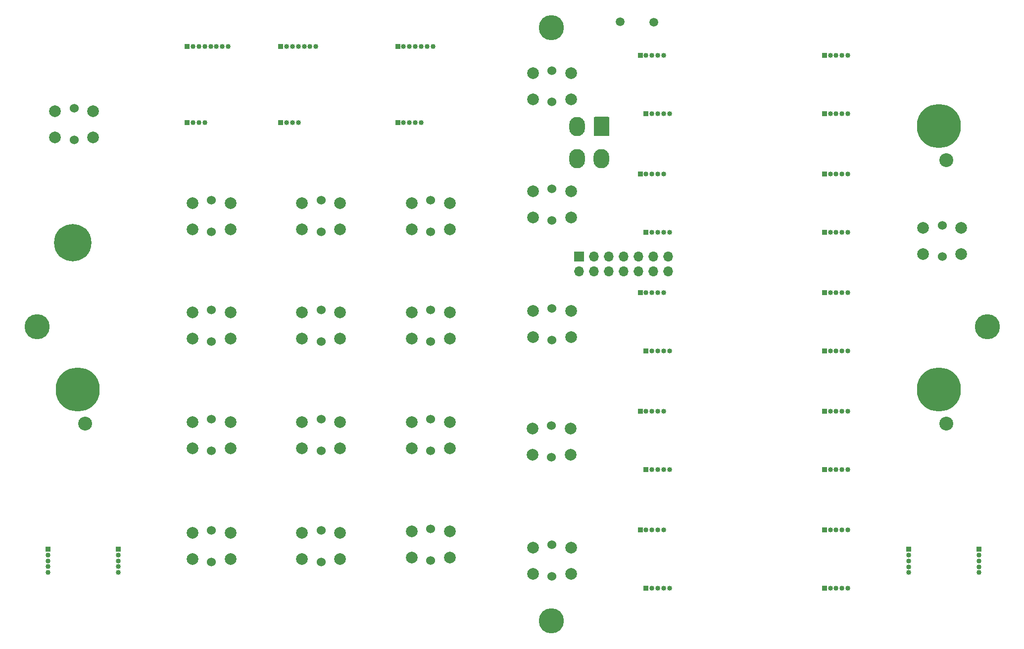
<source format=gbr>
G04 #@! TF.GenerationSoftware,KiCad,Pcbnew,(5.1.9)-1*
G04 #@! TF.CreationDate,2021-02-13T14:24:35-08:00*
G04 #@! TF.ProjectId,ufc_v4_main,7566635f-7634-45f6-9d61-696e2e6b6963,rev?*
G04 #@! TF.SameCoordinates,Original*
G04 #@! TF.FileFunction,Soldermask,Bot*
G04 #@! TF.FilePolarity,Negative*
%FSLAX46Y46*%
G04 Gerber Fmt 4.6, Leading zero omitted, Abs format (unit mm)*
G04 Created by KiCad (PCBNEW (5.1.9)-1) date 2021-02-13 14:24:35*
%MOMM*%
%LPD*%
G01*
G04 APERTURE LIST*
%ADD10C,7.540752*%
%ADD11C,2.381250*%
%ADD12C,6.400000*%
%ADD13O,0.850000X0.850000*%
%ADD14R,0.850000X0.850000*%
%ADD15C,4.300000*%
%ADD16C,2.000000*%
%ADD17C,1.524000*%
%ADD18O,2.700000X3.300000*%
%ADD19R,1.700000X1.700000*%
%ADD20O,1.700000X1.700000*%
%ADD21C,1.500000*%
G04 APERTURE END LIST*
D10*
X244853000Y-156268000D03*
D11*
X246100470Y-162136886D03*
D10*
X244853000Y-111184000D03*
D11*
X246100470Y-117052886D03*
D10*
X97533000Y-156268000D03*
D11*
X98780470Y-162136886D03*
D12*
X96644000Y-131186000D03*
D13*
X197757000Y-99083000D03*
X196757000Y-99083000D03*
X195757000Y-99083000D03*
X194757000Y-99083000D03*
D14*
X193757000Y-99083000D03*
D13*
X229257000Y-99083000D03*
X228257000Y-99083000D03*
X227257000Y-99083000D03*
X226257000Y-99083000D03*
D14*
X225257000Y-99083000D03*
X193757000Y-119403000D03*
D13*
X194757000Y-119403000D03*
X195757000Y-119403000D03*
X196757000Y-119403000D03*
X197757000Y-119403000D03*
X229257000Y-119403000D03*
X228257000Y-119403000D03*
X227257000Y-119403000D03*
X226257000Y-119403000D03*
D14*
X225257000Y-119403000D03*
D13*
X197757000Y-139723000D03*
X196757000Y-139723000D03*
X195757000Y-139723000D03*
X194757000Y-139723000D03*
D14*
X193757000Y-139723000D03*
X225257000Y-139723000D03*
D13*
X226257000Y-139723000D03*
X227257000Y-139723000D03*
X228257000Y-139723000D03*
X229257000Y-139723000D03*
D14*
X194757000Y-109083000D03*
D13*
X195757000Y-109083000D03*
X196757000Y-109083000D03*
X197757000Y-109083000D03*
X198757000Y-109083000D03*
D14*
X225257000Y-109083000D03*
D13*
X226257000Y-109083000D03*
X227257000Y-109083000D03*
X228257000Y-109083000D03*
X229257000Y-109083000D03*
D14*
X194757000Y-129403000D03*
D13*
X195757000Y-129403000D03*
X196757000Y-129403000D03*
X197757000Y-129403000D03*
X198757000Y-129403000D03*
X229257000Y-129403000D03*
X228257000Y-129403000D03*
X227257000Y-129403000D03*
X226257000Y-129403000D03*
D14*
X225257000Y-129403000D03*
D13*
X198757000Y-149723000D03*
X197757000Y-149723000D03*
X196757000Y-149723000D03*
X195757000Y-149723000D03*
D14*
X194757000Y-149723000D03*
X225257000Y-149723000D03*
D13*
X226257000Y-149723000D03*
X227257000Y-149723000D03*
X228257000Y-149723000D03*
X229257000Y-149723000D03*
D14*
X92428700Y-183653000D03*
D13*
X92428700Y-184653000D03*
X92428700Y-185653000D03*
X92428700Y-186653000D03*
X92428700Y-187653000D03*
X104429000Y-187653000D03*
X104429000Y-186653000D03*
X104429000Y-185653000D03*
X104429000Y-184653000D03*
D14*
X104429000Y-183653000D03*
X193757000Y-160043000D03*
D13*
X194757000Y-160043000D03*
X195757000Y-160043000D03*
X196757000Y-160043000D03*
X197757000Y-160043000D03*
X229257000Y-160043000D03*
X228257000Y-160043000D03*
X227257000Y-160043000D03*
X226257000Y-160043000D03*
D14*
X225257000Y-160043000D03*
D13*
X197757000Y-180363000D03*
X196757000Y-180363000D03*
X195757000Y-180363000D03*
X194757000Y-180363000D03*
D14*
X193757000Y-180363000D03*
X225257000Y-180363000D03*
D13*
X226257000Y-180363000D03*
X227257000Y-180363000D03*
X228257000Y-180363000D03*
X229257000Y-180363000D03*
X239689000Y-187670000D03*
X239689000Y-186670000D03*
X239689000Y-185670000D03*
X239689000Y-184670000D03*
D14*
X239689000Y-183670000D03*
D13*
X251689000Y-187670000D03*
X251689000Y-186670000D03*
X251689000Y-185670000D03*
X251689000Y-184670000D03*
D14*
X251689000Y-183670000D03*
X194757000Y-170043000D03*
D13*
X195757000Y-170043000D03*
X196757000Y-170043000D03*
X197757000Y-170043000D03*
X198757000Y-170043000D03*
X229257000Y-170043000D03*
X228257000Y-170043000D03*
X227257000Y-170043000D03*
X226257000Y-170043000D03*
D14*
X225257000Y-170043000D03*
D13*
X198757000Y-190363000D03*
X197757000Y-190363000D03*
X196757000Y-190363000D03*
X195757000Y-190363000D03*
D14*
X194757000Y-190363000D03*
X225257000Y-190363000D03*
D13*
X226257000Y-190363000D03*
X227257000Y-190363000D03*
X228257000Y-190363000D03*
X229257000Y-190363000D03*
D14*
X116267000Y-110583000D03*
D13*
X117267000Y-110583000D03*
X118267000Y-110583000D03*
X119267000Y-110583000D03*
D14*
X116267000Y-97583000D03*
D13*
X117267000Y-97583000D03*
X118267000Y-97583000D03*
X119267000Y-97583000D03*
X120267000Y-97583000D03*
X121267000Y-97583000D03*
X122267000Y-97583000D03*
X123267000Y-97583000D03*
D14*
X132267000Y-97583000D03*
D13*
X133267000Y-97583000D03*
X134267000Y-97583000D03*
X135267000Y-97583000D03*
X136267000Y-97583000D03*
X137267000Y-97583000D03*
X138267000Y-97583000D03*
X135267000Y-110583000D03*
X134267000Y-110583000D03*
X133267000Y-110583000D03*
D14*
X132267000Y-110583000D03*
D13*
X158267000Y-97583000D03*
X157267000Y-97583000D03*
X156267000Y-97583000D03*
X155267000Y-97583000D03*
X154267000Y-97583000D03*
X153267000Y-97583000D03*
D14*
X152267000Y-97583000D03*
X152267000Y-110583000D03*
D13*
X153267000Y-110583000D03*
X154267000Y-110583000D03*
X155267000Y-110583000D03*
X156267000Y-110583000D03*
D15*
X178559000Y-94356000D03*
X253108000Y-145537000D03*
X178559000Y-195956000D03*
X90548000Y-145537000D03*
D16*
X117148000Y-128866000D03*
X117148000Y-124366000D03*
X123648000Y-128866000D03*
X123648000Y-124366000D03*
D17*
X120398000Y-123916000D03*
X120398000Y-129316000D03*
X139148000Y-129316000D03*
X139148000Y-123916000D03*
D16*
X142398000Y-124366000D03*
X142398000Y-128866000D03*
X135898000Y-124366000D03*
X135898000Y-128866000D03*
X154648000Y-128866000D03*
X154648000Y-124366000D03*
X161148000Y-128866000D03*
X161148000Y-124366000D03*
D17*
X157898000Y-123916000D03*
X157898000Y-129316000D03*
D16*
X175398000Y-126866000D03*
X175398000Y-122366000D03*
X181898000Y-126866000D03*
X181898000Y-122366000D03*
D17*
X178648000Y-121916000D03*
X178648000Y-127316000D03*
X120398000Y-148066000D03*
X120398000Y-142666000D03*
D16*
X123648000Y-143116000D03*
X123648000Y-147616000D03*
X117148000Y-143116000D03*
X117148000Y-147616000D03*
X135898000Y-147616000D03*
X135898000Y-143116000D03*
X142398000Y-147616000D03*
X142398000Y-143116000D03*
D17*
X139148000Y-142666000D03*
X139148000Y-148066000D03*
X157898000Y-148066000D03*
X157898000Y-142666000D03*
D16*
X161148000Y-143116000D03*
X161148000Y-147616000D03*
X154648000Y-143116000D03*
X154648000Y-147616000D03*
X175398000Y-147366000D03*
X175398000Y-142866000D03*
X181898000Y-147366000D03*
X181898000Y-142866000D03*
D17*
X178648000Y-142416000D03*
X178648000Y-147816000D03*
D16*
X117148000Y-166366000D03*
X117148000Y-161866000D03*
X123648000Y-166366000D03*
X123648000Y-161866000D03*
D17*
X120398000Y-161416000D03*
X120398000Y-166816000D03*
X139148000Y-166816000D03*
X139148000Y-161416000D03*
D16*
X142398000Y-161866000D03*
X142398000Y-166366000D03*
X135898000Y-161866000D03*
X135898000Y-166366000D03*
X154648000Y-166366000D03*
X154648000Y-161866000D03*
X161148000Y-166366000D03*
X161148000Y-161866000D03*
D17*
X157898000Y-161416000D03*
X157898000Y-166816000D03*
D16*
X175330000Y-167456000D03*
X175330000Y-162956000D03*
X181830000Y-167456000D03*
X181830000Y-162956000D03*
D17*
X178580000Y-162506000D03*
X178580000Y-167906000D03*
X120398000Y-185816000D03*
X120398000Y-180416000D03*
D16*
X123648000Y-180866000D03*
X123648000Y-185366000D03*
X117148000Y-180866000D03*
X117148000Y-185366000D03*
D17*
X139148000Y-185816000D03*
X139148000Y-180416000D03*
D16*
X142398000Y-180866000D03*
X142398000Y-185366000D03*
X135898000Y-180866000D03*
X135898000Y-185366000D03*
D17*
X157898000Y-185566000D03*
X157898000Y-180166000D03*
D16*
X161148000Y-180616000D03*
X161148000Y-185116000D03*
X154648000Y-180616000D03*
X154648000Y-185116000D03*
X175398000Y-187866000D03*
X175398000Y-183366000D03*
X181898000Y-187866000D03*
X181898000Y-183366000D03*
D17*
X178648000Y-182916000D03*
X178648000Y-188316000D03*
X178648000Y-107066000D03*
X178648000Y-101666000D03*
D16*
X181898000Y-102116000D03*
X181898000Y-106616000D03*
X175398000Y-102116000D03*
X175398000Y-106616000D03*
D17*
X96898000Y-113566000D03*
X96898000Y-108166000D03*
D16*
X100148000Y-108616000D03*
X100148000Y-113116000D03*
X93648000Y-108616000D03*
X93648000Y-113116000D03*
X242148000Y-133116000D03*
X242148000Y-128616000D03*
X248648000Y-133116000D03*
X248648000Y-128616000D03*
D17*
X245398000Y-128166000D03*
X245398000Y-133566000D03*
G36*
G01*
X188488000Y-109852001D02*
X188488000Y-112651999D01*
G75*
G02*
X188237999Y-112902000I-250001J0D01*
G01*
X186038001Y-112902000D01*
G75*
G02*
X185788000Y-112651999I0J250001D01*
G01*
X185788000Y-109852001D01*
G75*
G02*
X186038001Y-109602000I250001J0D01*
G01*
X188237999Y-109602000D01*
G75*
G02*
X188488000Y-109852001I0J-250001D01*
G01*
G37*
D18*
X182938000Y-111252000D03*
X187138000Y-116752000D03*
X182938000Y-116752000D03*
D19*
X183288000Y-133567000D03*
D20*
X183288000Y-136107000D03*
X185828000Y-133567000D03*
X185828000Y-136107000D03*
X188368000Y-133567000D03*
X188368000Y-136107000D03*
X190908000Y-133567000D03*
X190908000Y-136107000D03*
X193448000Y-133567000D03*
X193448000Y-136107000D03*
X195988000Y-133567000D03*
X195988000Y-136107000D03*
X198528000Y-133567000D03*
X198528000Y-136107000D03*
D21*
X190351000Y-93341000D03*
X196066000Y-93404500D03*
M02*

</source>
